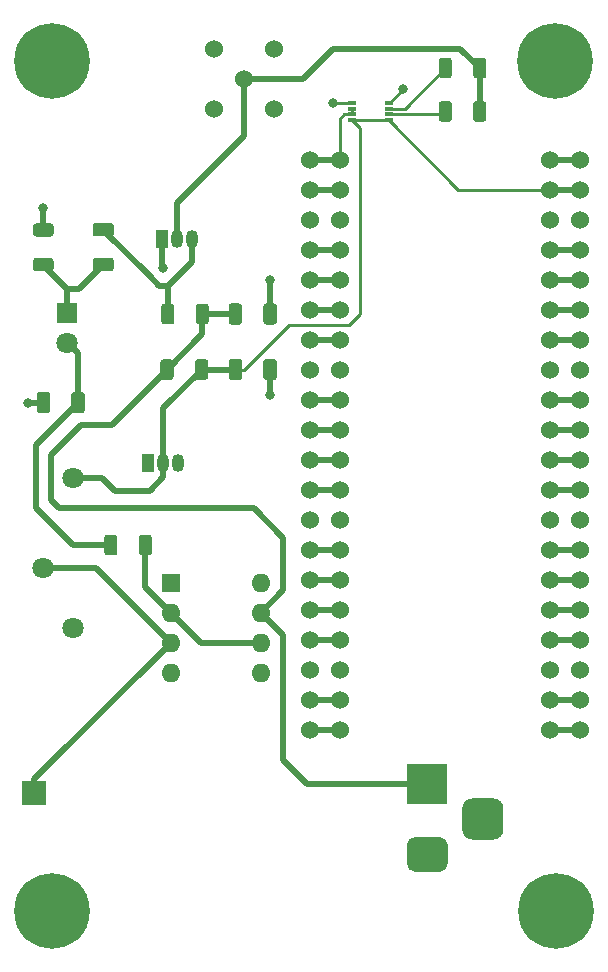
<source format=gbr>
%TF.GenerationSoftware,KiCad,Pcbnew,(5.1.10)-1*%
%TF.CreationDate,2021-08-06T14:13:42-04:00*%
%TF.ProjectId,LED_Pulser,4c45445f-5075-46c7-9365-722e6b696361,rev?*%
%TF.SameCoordinates,Original*%
%TF.FileFunction,Copper,L1,Top*%
%TF.FilePolarity,Positive*%
%FSLAX46Y46*%
G04 Gerber Fmt 4.6, Leading zero omitted, Abs format (unit mm)*
G04 Created by KiCad (PCBNEW (5.1.10)-1) date 2021-08-06 14:13:42*
%MOMM*%
%LPD*%
G01*
G04 APERTURE LIST*
%TA.AperFunction,ComponentPad*%
%ADD10C,1.800000*%
%TD*%
%TA.AperFunction,ComponentPad*%
%ADD11C,6.400000*%
%TD*%
%TA.AperFunction,ComponentPad*%
%ADD12R,3.500000X3.500000*%
%TD*%
%TA.AperFunction,ComponentPad*%
%ADD13O,1.050000X1.500000*%
%TD*%
%TA.AperFunction,ComponentPad*%
%ADD14R,1.050000X1.500000*%
%TD*%
%TA.AperFunction,ComponentPad*%
%ADD15C,1.524000*%
%TD*%
%TA.AperFunction,SMDPad,CuDef*%
%ADD16R,0.800000X0.300000*%
%TD*%
%TA.AperFunction,ComponentPad*%
%ADD17O,1.600000X1.600000*%
%TD*%
%TA.AperFunction,ComponentPad*%
%ADD18R,1.600000X1.600000*%
%TD*%
%TA.AperFunction,SMDPad,CuDef*%
%ADD19R,2.000000X2.000000*%
%TD*%
%TA.AperFunction,ComponentPad*%
%ADD20R,1.800000X1.800000*%
%TD*%
%TA.AperFunction,ViaPad*%
%ADD21C,0.800000*%
%TD*%
%TA.AperFunction,Conductor*%
%ADD22C,0.500000*%
%TD*%
%TA.AperFunction,Conductor*%
%ADD23C,0.250000*%
%TD*%
G04 APERTURE END LIST*
D10*
%TO.P,RV1,3*%
%TO.N,GND*%
X165100000Y-137668000D03*
%TO.P,RV1,2*%
%TO.N,Net-(RV1-Pad2)*%
X162560000Y-132588000D03*
%TO.P,RV1,1*%
%TO.N,/VCC*%
X165100000Y-124968000D03*
%TD*%
%TO.P,C2,2*%
%TO.N,GND*%
%TA.AperFunction,SMDPad,CuDef*%
G36*
G01*
X181191000Y-111775001D02*
X181191000Y-110474999D01*
G75*
G02*
X181440999Y-110225000I249999J0D01*
G01*
X182091001Y-110225000D01*
G75*
G02*
X182341000Y-110474999I0J-249999D01*
G01*
X182341000Y-111775001D01*
G75*
G02*
X182091001Y-112025000I-249999J0D01*
G01*
X181440999Y-112025000D01*
G75*
G02*
X181191000Y-111775001I0J249999D01*
G01*
G37*
%TD.AperFunction*%
%TO.P,C2,1*%
%TO.N,+15V*%
%TA.AperFunction,SMDPad,CuDef*%
G36*
G01*
X178241000Y-111775001D02*
X178241000Y-110474999D01*
G75*
G02*
X178490999Y-110225000I249999J0D01*
G01*
X179141001Y-110225000D01*
G75*
G02*
X179391000Y-110474999I0J-249999D01*
G01*
X179391000Y-111775001D01*
G75*
G02*
X179141001Y-112025000I-249999J0D01*
G01*
X178490999Y-112025000D01*
G75*
G02*
X178241000Y-111775001I0J249999D01*
G01*
G37*
%TD.AperFunction*%
%TD*%
D11*
%TO.P,H4,1*%
%TO.N,GND*%
X163322000Y-161671000D03*
%TD*%
%TO.P,H3,1*%
%TO.N,GND*%
X205994000Y-161671000D03*
%TD*%
%TO.P,H2,1*%
%TO.N,GND*%
X205867000Y-89662000D03*
%TD*%
%TO.P,H1,1*%
%TO.N,GND*%
X163322000Y-89662000D03*
%TD*%
D12*
%TO.P,J42,1*%
%TO.N,+15V*%
X195072000Y-150876000D03*
%TO.P,J42,2*%
%TO.N,GND*%
%TA.AperFunction,ComponentPad*%
G36*
G01*
X196072000Y-158376000D02*
X194072000Y-158376000D01*
G75*
G02*
X193322000Y-157626000I0J750000D01*
G01*
X193322000Y-156126000D01*
G75*
G02*
X194072000Y-155376000I750000J0D01*
G01*
X196072000Y-155376000D01*
G75*
G02*
X196822000Y-156126000I0J-750000D01*
G01*
X196822000Y-157626000D01*
G75*
G02*
X196072000Y-158376000I-750000J0D01*
G01*
G37*
%TD.AperFunction*%
%TO.P,J42,3*%
%TO.N,N/C*%
%TA.AperFunction,ComponentPad*%
G36*
G01*
X200647000Y-155626000D02*
X198897000Y-155626000D01*
G75*
G02*
X198022000Y-154751000I0J875000D01*
G01*
X198022000Y-153001000D01*
G75*
G02*
X198897000Y-152126000I875000J0D01*
G01*
X200647000Y-152126000D01*
G75*
G02*
X201522000Y-153001000I0J-875000D01*
G01*
X201522000Y-154751000D01*
G75*
G02*
X200647000Y-155626000I-875000J0D01*
G01*
G37*
%TD.AperFunction*%
%TD*%
D13*
%TO.P,U1,2*%
%TO.N,/VCC*%
X172720000Y-123698000D03*
%TO.P,U1,3*%
%TO.N,GND*%
X173990000Y-123698000D03*
D14*
%TO.P,U1,1*%
%TO.N,N/C*%
X171450000Y-123698000D03*
%TD*%
D15*
%TO.P,J41,1*%
%TO.N,GND*%
X185166000Y-128524000D03*
%TD*%
%TO.P,J40,1*%
%TO.N,GND*%
X208026000Y-115824000D03*
%TD*%
%TO.P,J39,1*%
%TO.N,GND*%
X185166000Y-141224000D03*
%TD*%
%TO.P,J38,1*%
%TO.N,GND*%
X208026000Y-141224000D03*
%TD*%
%TO.P,J37,1*%
%TO.N,Net-(J37-Pad1)*%
X208026000Y-136144000D03*
%TD*%
%TO.P,J36,1*%
%TO.N,Net-(J36-Pad1)*%
X208026000Y-131064000D03*
%TD*%
%TO.P,J35,1*%
%TO.N,Net-(J35-Pad1)*%
X208026000Y-125984000D03*
%TD*%
%TO.P,J34,1*%
%TO.N,Net-(J34-Pad1)*%
X208026000Y-120904000D03*
%TD*%
%TO.P,J33,1*%
%TO.N,Net-(J33-Pad1)*%
X208026000Y-110744000D03*
%TD*%
%TO.P,J32,1*%
%TO.N,Net-(J32-Pad1)*%
X208026000Y-105664000D03*
%TD*%
%TO.P,J31,1*%
%TO.N,/VCC*%
X208026000Y-100584000D03*
%TD*%
%TO.P,J30,1*%
%TO.N,Net-(J30-Pad1)*%
X208026000Y-143764000D03*
%TD*%
%TO.P,J29,1*%
%TO.N,Net-(J29-Pad1)*%
X208026000Y-138684000D03*
%TD*%
%TO.P,J28,1*%
%TO.N,Net-(J28-Pad1)*%
X208026000Y-133604000D03*
%TD*%
%TO.P,J27,1*%
%TO.N,Net-(J27-Pad1)*%
X208026000Y-123444000D03*
%TD*%
%TO.P,J26,1*%
%TO.N,Net-(J26-Pad1)*%
X208026000Y-118364000D03*
%TD*%
%TO.P,J25,1*%
%TO.N,Net-(J25-Pad1)*%
X208026000Y-113284000D03*
%TD*%
%TO.P,J24,1*%
%TO.N,Net-(J24-Pad1)*%
X208026000Y-108204000D03*
%TD*%
%TO.P,J23,1*%
%TO.N,Net-(J23-Pad1)*%
X208026000Y-98044000D03*
%TD*%
%TO.P,J22,1*%
%TO.N,Net-(J22-Pad1)*%
X208026000Y-146304000D03*
%TD*%
%TO.P,J21,1*%
%TO.N,Net-(J21-Pad1)*%
X185166000Y-98044000D03*
%TD*%
%TO.P,J20,1*%
%TO.N,Net-(J20-Pad1)*%
X185166000Y-146304000D03*
%TD*%
%TO.P,J19,1*%
%TO.N,Net-(J19-Pad1)*%
X185166000Y-136144000D03*
%TD*%
%TO.P,J18,1*%
%TO.N,Net-(J18-Pad1)*%
X185166000Y-131064000D03*
%TD*%
%TO.P,J17,1*%
%TO.N,Net-(J17-Pad1)*%
X185166000Y-125984000D03*
%TD*%
%TO.P,J16,1*%
%TO.N,Net-(J16-Pad1)*%
X185166000Y-120904000D03*
%TD*%
%TO.P,J15,1*%
%TO.N,Net-(J15-Pad1)*%
X185166000Y-110744000D03*
%TD*%
%TO.P,J14,1*%
%TO.N,Net-(J14-Pad1)*%
X185166000Y-105664000D03*
%TD*%
%TO.P,J13,1*%
%TO.N,Net-(J13-Pad1)*%
X185166000Y-143764000D03*
%TD*%
%TO.P,J12,1*%
%TO.N,Net-(J12-Pad1)*%
X185166000Y-138684000D03*
%TD*%
%TO.P,J11,1*%
%TO.N,Net-(J11-Pad1)*%
X185166000Y-133604000D03*
%TD*%
%TO.P,J10,1*%
%TO.N,Net-(J10-Pad1)*%
X185166000Y-123444000D03*
%TD*%
%TO.P,J9,1*%
%TO.N,Net-(J9-Pad1)*%
X185166000Y-118364000D03*
%TD*%
%TO.P,J8,1*%
%TO.N,Net-(J8-Pad1)*%
X185166000Y-113284000D03*
%TD*%
%TO.P,J7,1*%
%TO.N,Net-(J7-Pad1)*%
X185166000Y-108204000D03*
%TD*%
%TO.P,J6,1*%
%TO.N,GND*%
X208026000Y-128524000D03*
%TD*%
%TO.P,J5,1*%
%TO.N,GND*%
X208026000Y-103124000D03*
%TD*%
%TO.P,J4,1*%
%TO.N,GND*%
X185166000Y-115824000D03*
%TD*%
%TO.P,J3,1*%
%TO.N,GND*%
X185166000Y-103124000D03*
%TD*%
%TO.P,J2,1*%
%TO.N,Net-(J2-Pad1)*%
X185166000Y-100584000D03*
%TD*%
%TO.P,U4,1*%
%TO.N,Net-(J21-Pad1)*%
X187706000Y-98044000D03*
%TO.P,U4,2*%
%TO.N,Net-(J2-Pad1)*%
X187706000Y-100584000D03*
%TO.P,U4,3*%
%TO.N,GND*%
X187706000Y-103124000D03*
%TO.P,U4,4*%
%TO.N,Net-(J14-Pad1)*%
X187706000Y-105664000D03*
%TO.P,U4,5*%
%TO.N,Net-(J7-Pad1)*%
X187706000Y-108204000D03*
%TO.P,U4,6*%
%TO.N,Net-(J15-Pad1)*%
X187706000Y-110744000D03*
%TO.P,U4,7*%
%TO.N,Net-(J8-Pad1)*%
X187706000Y-113284000D03*
%TO.P,U4,8*%
%TO.N,GND*%
X187706000Y-115824000D03*
%TO.P,U4,16*%
%TO.N,Net-(J19-Pad1)*%
X187706000Y-136144000D03*
%TO.P,U4,15*%
%TO.N,Net-(J11-Pad1)*%
X187706000Y-133604000D03*
%TO.P,U4,10*%
%TO.N,Net-(J16-Pad1)*%
X187706000Y-120904000D03*
%TO.P,U4,9*%
%TO.N,Net-(J9-Pad1)*%
X187706000Y-118364000D03*
%TO.P,U4,12*%
%TO.N,Net-(J17-Pad1)*%
X187706000Y-125984000D03*
%TO.P,U4,13*%
%TO.N,GND*%
X187706000Y-128524000D03*
%TO.P,U4,11*%
%TO.N,Net-(J10-Pad1)*%
X187706000Y-123444000D03*
%TO.P,U4,14*%
%TO.N,Net-(J18-Pad1)*%
X187706000Y-131064000D03*
%TO.P,U4,20*%
%TO.N,Net-(J20-Pad1)*%
X187706000Y-146304000D03*
%TO.P,U4,18*%
%TO.N,GND*%
X187706000Y-141224000D03*
%TO.P,U4,19*%
%TO.N,Net-(J13-Pad1)*%
X187706000Y-143764000D03*
%TO.P,U4,17*%
%TO.N,Net-(J12-Pad1)*%
X187706000Y-138684000D03*
%TO.P,U4,40*%
%TO.N,Net-(J23-Pad1)*%
X205486000Y-98044000D03*
%TO.P,U4,28*%
%TO.N,GND*%
X205486000Y-128524000D03*
%TO.P,U4,29*%
%TO.N,Net-(J35-Pad1)*%
X205486000Y-125984000D03*
%TO.P,U4,25*%
%TO.N,Net-(J37-Pad1)*%
X205486000Y-136144000D03*
%TO.P,U4,39*%
%TO.N,/VCC*%
X205486000Y-100584000D03*
%TO.P,U4,26*%
%TO.N,Net-(J28-Pad1)*%
X205486000Y-133604000D03*
%TO.P,U4,21*%
%TO.N,Net-(J22-Pad1)*%
X205486000Y-146304000D03*
%TO.P,U4,33*%
%TO.N,GND*%
X205486000Y-115824000D03*
%TO.P,U4,23*%
X205486000Y-141224000D03*
%TO.P,U4,31*%
%TO.N,Net-(J34-Pad1)*%
X205486000Y-120904000D03*
%TO.P,U4,22*%
%TO.N,Net-(J30-Pad1)*%
X205486000Y-143764000D03*
%TO.P,U4,24*%
%TO.N,Net-(J29-Pad1)*%
X205486000Y-138684000D03*
%TO.P,U4,30*%
%TO.N,Net-(J27-Pad1)*%
X205486000Y-123444000D03*
%TO.P,U4,37*%
%TO.N,Net-(J32-Pad1)*%
X205486000Y-105664000D03*
%TO.P,U4,36*%
%TO.N,Net-(J24-Pad1)*%
X205486000Y-108204000D03*
%TO.P,U4,38*%
%TO.N,GND*%
X205486000Y-103124000D03*
%TO.P,U4,32*%
%TO.N,Net-(J26-Pad1)*%
X205486000Y-118364000D03*
%TO.P,U4,34*%
%TO.N,Net-(J25-Pad1)*%
X205486000Y-113284000D03*
%TO.P,U4,35*%
%TO.N,Net-(J33-Pad1)*%
X205486000Y-110744000D03*
%TO.P,U4,27*%
%TO.N,Net-(J36-Pad1)*%
X205486000Y-131064000D03*
%TD*%
%TO.P,J1,2*%
%TO.N,GND*%
X177038000Y-93726000D03*
X182118000Y-93726000D03*
X182118000Y-88646000D03*
X177038000Y-88646000D03*
%TO.P,J1,1*%
%TO.N,Net-(J1-Pad1)*%
X179578000Y-91186000D03*
%TD*%
D16*
%TO.P,U3,1*%
%TO.N,/VCC*%
X191796000Y-94730000D03*
%TO.P,U3,2*%
%TO.N,Net-(R7-Pad1)*%
X191796000Y-94230000D03*
%TO.P,U3,3*%
%TO.N,Net-(R8-Pad1)*%
X191796000Y-93730000D03*
%TO.P,U3,4*%
%TO.N,GND*%
X191796000Y-93230000D03*
%TO.P,U3,5*%
X188696000Y-93230000D03*
%TO.P,U3,6*%
%TO.N,Net-(J21-Pad1)*%
X188696000Y-93730000D03*
%TO.P,U3,7*%
X188696000Y-94230000D03*
%TO.P,U3,8*%
%TO.N,/VCC*%
X188696000Y-94730000D03*
%TD*%
D17*
%TO.P,U2,8*%
%TO.N,Net-(U2-Pad8)*%
X180975000Y-133858000D03*
%TO.P,U2,4*%
%TO.N,GND*%
X173355000Y-141478000D03*
%TO.P,U2,7*%
%TO.N,+15V*%
X180975000Y-136398000D03*
%TO.P,U2,3*%
%TO.N,Net-(RV1-Pad2)*%
X173355000Y-138938000D03*
%TO.P,U2,6*%
%TO.N,Net-(R4-Pad2)*%
X180975000Y-138938000D03*
%TO.P,U2,2*%
X173355000Y-136398000D03*
%TO.P,U2,5*%
%TO.N,Net-(U2-Pad5)*%
X180975000Y-141478000D03*
D18*
%TO.P,U2,1*%
%TO.N,Net-(U2-Pad1)*%
X173355000Y-133858000D03*
%TD*%
D19*
%TO.P,TP1,1*%
%TO.N,Net-(RV1-Pad2)*%
X161798000Y-151638000D03*
%TD*%
%TO.P,R8,2*%
%TO.N,Net-(J1-Pad1)*%
%TA.AperFunction,SMDPad,CuDef*%
G36*
G01*
X198958500Y-90922001D02*
X198958500Y-89671999D01*
G75*
G02*
X199208499Y-89422000I249999J0D01*
G01*
X199833501Y-89422000D01*
G75*
G02*
X200083500Y-89671999I0J-249999D01*
G01*
X200083500Y-90922001D01*
G75*
G02*
X199833501Y-91172000I-249999J0D01*
G01*
X199208499Y-91172000D01*
G75*
G02*
X198958500Y-90922001I0J249999D01*
G01*
G37*
%TD.AperFunction*%
%TO.P,R8,1*%
%TO.N,Net-(R8-Pad1)*%
%TA.AperFunction,SMDPad,CuDef*%
G36*
G01*
X196033500Y-90922001D02*
X196033500Y-89671999D01*
G75*
G02*
X196283499Y-89422000I249999J0D01*
G01*
X196908501Y-89422000D01*
G75*
G02*
X197158500Y-89671999I0J-249999D01*
G01*
X197158500Y-90922001D01*
G75*
G02*
X196908501Y-91172000I-249999J0D01*
G01*
X196283499Y-91172000D01*
G75*
G02*
X196033500Y-90922001I0J249999D01*
G01*
G37*
%TD.AperFunction*%
%TD*%
%TO.P,R7,2*%
%TO.N,Net-(J1-Pad1)*%
%TA.AperFunction,SMDPad,CuDef*%
G36*
G01*
X198958500Y-94605001D02*
X198958500Y-93354999D01*
G75*
G02*
X199208499Y-93105000I249999J0D01*
G01*
X199833501Y-93105000D01*
G75*
G02*
X200083500Y-93354999I0J-249999D01*
G01*
X200083500Y-94605001D01*
G75*
G02*
X199833501Y-94855000I-249999J0D01*
G01*
X199208499Y-94855000D01*
G75*
G02*
X198958500Y-94605001I0J249999D01*
G01*
G37*
%TD.AperFunction*%
%TO.P,R7,1*%
%TO.N,Net-(R7-Pad1)*%
%TA.AperFunction,SMDPad,CuDef*%
G36*
G01*
X196033500Y-94605001D02*
X196033500Y-93354999D01*
G75*
G02*
X196283499Y-93105000I249999J0D01*
G01*
X196908501Y-93105000D01*
G75*
G02*
X197158500Y-93354999I0J-249999D01*
G01*
X197158500Y-94605001D01*
G75*
G02*
X196908501Y-94855000I-249999J0D01*
G01*
X196283499Y-94855000D01*
G75*
G02*
X196033500Y-94605001I0J249999D01*
G01*
G37*
%TD.AperFunction*%
%TD*%
%TO.P,R6,2*%
%TO.N,Net-(C4-Pad1)*%
%TA.AperFunction,SMDPad,CuDef*%
G36*
G01*
X173659500Y-110499999D02*
X173659500Y-111750001D01*
G75*
G02*
X173409501Y-112000000I-249999J0D01*
G01*
X172784499Y-112000000D01*
G75*
G02*
X172534500Y-111750001I0J249999D01*
G01*
X172534500Y-110499999D01*
G75*
G02*
X172784499Y-110250000I249999J0D01*
G01*
X173409501Y-110250000D01*
G75*
G02*
X173659500Y-110499999I0J-249999D01*
G01*
G37*
%TD.AperFunction*%
%TO.P,R6,1*%
%TO.N,+15V*%
%TA.AperFunction,SMDPad,CuDef*%
G36*
G01*
X176584500Y-110499999D02*
X176584500Y-111750001D01*
G75*
G02*
X176334501Y-112000000I-249999J0D01*
G01*
X175709499Y-112000000D01*
G75*
G02*
X175459500Y-111750001I0J249999D01*
G01*
X175459500Y-110499999D01*
G75*
G02*
X175709499Y-110250000I249999J0D01*
G01*
X176334501Y-110250000D01*
G75*
G02*
X176584500Y-110499999I0J-249999D01*
G01*
G37*
%TD.AperFunction*%
%TD*%
%TO.P,R5,2*%
%TO.N,GND*%
%TA.AperFunction,SMDPad,CuDef*%
G36*
G01*
X163185001Y-104571500D02*
X161934999Y-104571500D01*
G75*
G02*
X161685000Y-104321501I0J249999D01*
G01*
X161685000Y-103696499D01*
G75*
G02*
X161934999Y-103446500I249999J0D01*
G01*
X163185001Y-103446500D01*
G75*
G02*
X163435000Y-103696499I0J-249999D01*
G01*
X163435000Y-104321501D01*
G75*
G02*
X163185001Y-104571500I-249999J0D01*
G01*
G37*
%TD.AperFunction*%
%TO.P,R5,1*%
%TO.N,Net-(C4-Pad2)*%
%TA.AperFunction,SMDPad,CuDef*%
G36*
G01*
X163185001Y-107496500D02*
X161934999Y-107496500D01*
G75*
G02*
X161685000Y-107246501I0J249999D01*
G01*
X161685000Y-106621499D01*
G75*
G02*
X161934999Y-106371500I249999J0D01*
G01*
X163185001Y-106371500D01*
G75*
G02*
X163435000Y-106621499I0J-249999D01*
G01*
X163435000Y-107246501D01*
G75*
G02*
X163185001Y-107496500I-249999J0D01*
G01*
G37*
%TD.AperFunction*%
%TD*%
%TO.P,R4,2*%
%TO.N,Net-(R4-Pad2)*%
%TA.AperFunction,SMDPad,CuDef*%
G36*
G01*
X170637500Y-131308001D02*
X170637500Y-130057999D01*
G75*
G02*
X170887499Y-129808000I249999J0D01*
G01*
X171512501Y-129808000D01*
G75*
G02*
X171762500Y-130057999I0J-249999D01*
G01*
X171762500Y-131308001D01*
G75*
G02*
X171512501Y-131558000I-249999J0D01*
G01*
X170887499Y-131558000D01*
G75*
G02*
X170637500Y-131308001I0J249999D01*
G01*
G37*
%TD.AperFunction*%
%TO.P,R4,1*%
%TO.N,Net-(C3-Pad1)*%
%TA.AperFunction,SMDPad,CuDef*%
G36*
G01*
X167712500Y-131308001D02*
X167712500Y-130057999D01*
G75*
G02*
X167962499Y-129808000I249999J0D01*
G01*
X168587501Y-129808000D01*
G75*
G02*
X168837500Y-130057999I0J-249999D01*
G01*
X168837500Y-131308001D01*
G75*
G02*
X168587501Y-131558000I-249999J0D01*
G01*
X167962499Y-131558000D01*
G75*
G02*
X167712500Y-131308001I0J249999D01*
G01*
G37*
%TD.AperFunction*%
%TD*%
%TO.P,R3,2*%
%TO.N,/VCC*%
%TA.AperFunction,SMDPad,CuDef*%
G36*
G01*
X175398000Y-116449001D02*
X175398000Y-115198999D01*
G75*
G02*
X175647999Y-114949000I249999J0D01*
G01*
X176273001Y-114949000D01*
G75*
G02*
X176523000Y-115198999I0J-249999D01*
G01*
X176523000Y-116449001D01*
G75*
G02*
X176273001Y-116699000I-249999J0D01*
G01*
X175647999Y-116699000D01*
G75*
G02*
X175398000Y-116449001I0J249999D01*
G01*
G37*
%TD.AperFunction*%
%TO.P,R3,1*%
%TO.N,+15V*%
%TA.AperFunction,SMDPad,CuDef*%
G36*
G01*
X172473000Y-116449001D02*
X172473000Y-115198999D01*
G75*
G02*
X172722999Y-114949000I249999J0D01*
G01*
X173348001Y-114949000D01*
G75*
G02*
X173598000Y-115198999I0J-249999D01*
G01*
X173598000Y-116449001D01*
G75*
G02*
X173348001Y-116699000I-249999J0D01*
G01*
X172722999Y-116699000D01*
G75*
G02*
X172473000Y-116449001I0J249999D01*
G01*
G37*
%TD.AperFunction*%
%TD*%
D14*
%TO.P,Q1,1*%
%TO.N,GND*%
X172593000Y-104775000D03*
D13*
%TO.P,Q1,3*%
%TO.N,Net-(C4-Pad1)*%
X175133000Y-104775000D03*
%TO.P,Q1,2*%
%TO.N,Net-(J1-Pad1)*%
X173863000Y-104775000D03*
%TD*%
D20*
%TO.P,D1,1*%
%TO.N,Net-(C4-Pad2)*%
X164592000Y-110998000D03*
D10*
%TO.P,D1,2*%
%TO.N,Net-(C3-Pad1)*%
X164592000Y-113538000D03*
%TD*%
%TO.P,C4,2*%
%TO.N,Net-(C4-Pad2)*%
%TA.AperFunction,SMDPad,CuDef*%
G36*
G01*
X166989999Y-106359000D02*
X168290001Y-106359000D01*
G75*
G02*
X168540000Y-106608999I0J-249999D01*
G01*
X168540000Y-107259001D01*
G75*
G02*
X168290001Y-107509000I-249999J0D01*
G01*
X166989999Y-107509000D01*
G75*
G02*
X166740000Y-107259001I0J249999D01*
G01*
X166740000Y-106608999D01*
G75*
G02*
X166989999Y-106359000I249999J0D01*
G01*
G37*
%TD.AperFunction*%
%TO.P,C4,1*%
%TO.N,Net-(C4-Pad1)*%
%TA.AperFunction,SMDPad,CuDef*%
G36*
G01*
X166989999Y-103409000D02*
X168290001Y-103409000D01*
G75*
G02*
X168540000Y-103658999I0J-249999D01*
G01*
X168540000Y-104309001D01*
G75*
G02*
X168290001Y-104559000I-249999J0D01*
G01*
X166989999Y-104559000D01*
G75*
G02*
X166740000Y-104309001I0J249999D01*
G01*
X166740000Y-103658999D01*
G75*
G02*
X166989999Y-103409000I249999J0D01*
G01*
G37*
%TD.AperFunction*%
%TD*%
%TO.P,C3,2*%
%TO.N,GND*%
%TA.AperFunction,SMDPad,CuDef*%
G36*
G01*
X163135000Y-117967999D02*
X163135000Y-119268001D01*
G75*
G02*
X162885001Y-119518000I-249999J0D01*
G01*
X162234999Y-119518000D01*
G75*
G02*
X161985000Y-119268001I0J249999D01*
G01*
X161985000Y-117967999D01*
G75*
G02*
X162234999Y-117718000I249999J0D01*
G01*
X162885001Y-117718000D01*
G75*
G02*
X163135000Y-117967999I0J-249999D01*
G01*
G37*
%TD.AperFunction*%
%TO.P,C3,1*%
%TO.N,Net-(C3-Pad1)*%
%TA.AperFunction,SMDPad,CuDef*%
G36*
G01*
X166085000Y-117967999D02*
X166085000Y-119268001D01*
G75*
G02*
X165835001Y-119518000I-249999J0D01*
G01*
X165184999Y-119518000D01*
G75*
G02*
X164935000Y-119268001I0J249999D01*
G01*
X164935000Y-117967999D01*
G75*
G02*
X165184999Y-117718000I249999J0D01*
G01*
X165835001Y-117718000D01*
G75*
G02*
X166085000Y-117967999I0J-249999D01*
G01*
G37*
%TD.AperFunction*%
%TD*%
%TO.P,C1,2*%
%TO.N,GND*%
%TA.AperFunction,SMDPad,CuDef*%
G36*
G01*
X181191000Y-116474001D02*
X181191000Y-115173999D01*
G75*
G02*
X181440999Y-114924000I249999J0D01*
G01*
X182091001Y-114924000D01*
G75*
G02*
X182341000Y-115173999I0J-249999D01*
G01*
X182341000Y-116474001D01*
G75*
G02*
X182091001Y-116724000I-249999J0D01*
G01*
X181440999Y-116724000D01*
G75*
G02*
X181191000Y-116474001I0J249999D01*
G01*
G37*
%TD.AperFunction*%
%TO.P,C1,1*%
%TO.N,/VCC*%
%TA.AperFunction,SMDPad,CuDef*%
G36*
G01*
X178241000Y-116474001D02*
X178241000Y-115173999D01*
G75*
G02*
X178490999Y-114924000I249999J0D01*
G01*
X179141001Y-114924000D01*
G75*
G02*
X179391000Y-115173999I0J-249999D01*
G01*
X179391000Y-116474001D01*
G75*
G02*
X179141001Y-116724000I-249999J0D01*
G01*
X178490999Y-116724000D01*
G75*
G02*
X178241000Y-116474001I0J249999D01*
G01*
G37*
%TD.AperFunction*%
%TD*%
D21*
%TO.N,GND*%
X162560000Y-102108000D03*
X172720000Y-107188000D03*
X193040000Y-92075000D03*
X161290000Y-118618000D03*
X187071000Y-93218000D03*
X181737000Y-108204000D03*
X181737000Y-117983000D03*
%TD*%
D22*
%TO.N,GND*%
X162560000Y-104009000D02*
X162560000Y-102108000D01*
D23*
X172593000Y-107061000D02*
X172720000Y-107188000D01*
D22*
X172593000Y-104775000D02*
X172593000Y-107061000D01*
D23*
X191796000Y-93230000D02*
X191885000Y-93230000D01*
X191885000Y-93230000D02*
X193040000Y-92075000D01*
D22*
X162560000Y-118618000D02*
X161290000Y-118618000D01*
D23*
X187083000Y-93230000D02*
X187071000Y-93218000D01*
X188696000Y-93230000D02*
X187083000Y-93230000D01*
D22*
X181766000Y-108233000D02*
X181737000Y-108204000D01*
X181766000Y-111125000D02*
X181766000Y-108233000D01*
X181766000Y-117954000D02*
X181737000Y-117983000D01*
X181766000Y-115824000D02*
X181766000Y-117954000D01*
%TO.N,/VCC*%
X172720000Y-119064500D02*
X175960500Y-115824000D01*
X172720000Y-123698000D02*
X172720000Y-119064500D01*
X175960500Y-115824000D02*
X178816000Y-115824000D01*
%TO.N,+15V*%
X176022000Y-112837500D02*
X173035500Y-115824000D01*
X176022000Y-111125000D02*
X176022000Y-112837500D01*
X163899990Y-127577990D02*
X180409990Y-127577990D01*
X165735000Y-120523000D02*
X163195000Y-123063000D01*
X163195000Y-123063000D02*
X163195000Y-126873000D01*
X163195000Y-126873000D02*
X163899990Y-127577990D01*
X180409990Y-127577990D02*
X182880000Y-130048000D01*
X168336500Y-120523000D02*
X165735000Y-120523000D01*
X173035500Y-115824000D02*
X168336500Y-120523000D01*
D23*
X181610000Y-136398000D02*
X180975000Y-136398000D01*
D22*
X182880000Y-134493000D02*
X180975000Y-136398000D01*
X182880000Y-130302000D02*
X182880000Y-134493000D01*
X182880000Y-130048000D02*
X182880000Y-130302000D01*
X178816000Y-111125000D02*
X176022000Y-111125000D01*
X184912000Y-150876000D02*
X195072000Y-150876000D01*
X182880000Y-148844000D02*
X184912000Y-150876000D01*
X182880000Y-138303000D02*
X182880000Y-148844000D01*
X180975000Y-136398000D02*
X182880000Y-138303000D01*
%TO.N,Net-(C3-Pad1)*%
X165510000Y-118618000D02*
X165510000Y-114456000D01*
X165510000Y-114456000D02*
X164592000Y-113538000D01*
X161925000Y-127508000D02*
X161925000Y-122203000D01*
X161925000Y-122203000D02*
X165510000Y-118618000D01*
X165100000Y-130683000D02*
X161925000Y-127508000D01*
X168275000Y-130683000D02*
X165100000Y-130683000D01*
%TO.N,Net-(C4-Pad2)*%
X164592000Y-108966000D02*
X165608000Y-108966000D01*
X164592000Y-110998000D02*
X164592000Y-108966000D01*
X164592000Y-108966000D02*
X162560000Y-106934000D01*
X165608000Y-108966000D02*
X167640000Y-106934000D01*
%TO.N,Net-(C4-Pad1)*%
X175133000Y-105848002D02*
X175133000Y-104775000D01*
X167640000Y-103984000D02*
X171569001Y-107913001D01*
D23*
X173068001Y-111096001D02*
X173097000Y-111125000D01*
D22*
X175133000Y-105848002D02*
X175133000Y-106680000D01*
X173097000Y-108716000D02*
X173097000Y-111125000D01*
X175133000Y-106680000D02*
X173097000Y-108716000D01*
X172372000Y-108716000D02*
X171569001Y-107913001D01*
X173097000Y-108716000D02*
X172372000Y-108716000D01*
%TO.N,Net-(J1-Pad1)*%
X173863000Y-104775000D02*
X173863000Y-101727000D01*
X179578000Y-96012000D02*
X179578000Y-91186000D01*
X173863000Y-101727000D02*
X179578000Y-96012000D01*
X199521000Y-93980000D02*
X199521000Y-90297000D01*
X199521000Y-90297000D02*
X197870000Y-88646000D01*
X197870000Y-88646000D02*
X187071000Y-88646000D01*
X184531000Y-91186000D02*
X179578000Y-91186000D01*
X187071000Y-88646000D02*
X184531000Y-91186000D01*
%TO.N,/VCC*%
X205486000Y-100584000D02*
X208026000Y-100584000D01*
D23*
X190615000Y-94730000D02*
X188696000Y-94730000D01*
X191796000Y-94730000D02*
X190615000Y-94730000D01*
X197650000Y-100584000D02*
X205486000Y-100584000D01*
X191796000Y-94730000D02*
X197650000Y-100584000D01*
X188696000Y-94730000D02*
X189357000Y-95391000D01*
X189357000Y-95391000D02*
X189357000Y-111125000D01*
X189357000Y-111125000D02*
X188468000Y-112014000D01*
X188468000Y-112014000D02*
X183388000Y-112014000D01*
X179578000Y-115824000D02*
X178816000Y-115824000D01*
X183388000Y-112014000D02*
X179578000Y-115824000D01*
D22*
X165100000Y-124968000D02*
X167513000Y-124968000D01*
X167513000Y-124968000D02*
X168656000Y-126111000D01*
X172720000Y-124948000D02*
X172720000Y-123698000D01*
X171557000Y-126111000D02*
X172720000Y-124948000D01*
X168656000Y-126111000D02*
X171557000Y-126111000D01*
%TO.N,Net-(R4-Pad2)*%
X175895000Y-138938000D02*
X173355000Y-136398000D01*
X180975000Y-138938000D02*
X175895000Y-138938000D01*
X173355000Y-136398000D02*
X171200000Y-134243000D01*
X171200000Y-134243000D02*
X171200000Y-130683000D01*
D23*
%TO.N,Net-(R7-Pad1)*%
X196346000Y-94230000D02*
X196596000Y-93980000D01*
X191796000Y-94230000D02*
X196346000Y-94230000D01*
%TO.N,Net-(R8-Pad1)*%
X193163000Y-93730000D02*
X196596000Y-90297000D01*
X191796000Y-93730000D02*
X193163000Y-93730000D01*
D22*
%TO.N,Net-(RV1-Pad2)*%
X167005000Y-132588000D02*
X173355000Y-138938000D01*
X162560000Y-132588000D02*
X167005000Y-132588000D01*
X161798000Y-150495000D02*
X161798000Y-151638000D01*
X173355000Y-138938000D02*
X161798000Y-150495000D01*
%TO.N,Net-(J2-Pad1)*%
X187706000Y-100584000D02*
X185166000Y-100584000D01*
%TO.N,Net-(J7-Pad1)*%
X185166000Y-108204000D02*
X187706000Y-108204000D01*
%TO.N,Net-(J8-Pad1)*%
X187706000Y-113284000D02*
X185166000Y-113284000D01*
%TO.N,Net-(J9-Pad1)*%
X185166000Y-118364000D02*
X187706000Y-118364000D01*
%TO.N,Net-(J10-Pad1)*%
X185166000Y-123444000D02*
X187706000Y-123444000D01*
%TO.N,Net-(J11-Pad1)*%
X185166000Y-133604000D02*
X187706000Y-133604000D01*
%TO.N,Net-(J12-Pad1)*%
X185166000Y-138684000D02*
X187706000Y-138684000D01*
%TO.N,Net-(J13-Pad1)*%
X185166000Y-143764000D02*
X187706000Y-143764000D01*
%TO.N,Net-(J14-Pad1)*%
X187706000Y-105664000D02*
X185166000Y-105664000D01*
%TO.N,Net-(J15-Pad1)*%
X185166000Y-110744000D02*
X187706000Y-110744000D01*
%TO.N,Net-(J16-Pad1)*%
X185166000Y-120904000D02*
X187706000Y-120904000D01*
%TO.N,Net-(J17-Pad1)*%
X185166000Y-125984000D02*
X187706000Y-125984000D01*
%TO.N,Net-(J18-Pad1)*%
X185166000Y-131064000D02*
X187706000Y-131064000D01*
%TO.N,Net-(J19-Pad1)*%
X185166000Y-136144000D02*
X187706000Y-136144000D01*
%TO.N,Net-(J20-Pad1)*%
X185166000Y-146304000D02*
X187706000Y-146304000D01*
%TO.N,Net-(J21-Pad1)*%
X187706000Y-98044000D02*
X185166000Y-98044000D01*
D23*
X188696000Y-93730000D02*
X188696000Y-94230000D01*
X184922999Y-97800999D02*
X185166000Y-98044000D01*
X187706000Y-94584998D02*
X187706000Y-98044000D01*
X188060998Y-94230000D02*
X187706000Y-94584998D01*
X188696000Y-94230000D02*
X188060998Y-94230000D01*
D22*
%TO.N,Net-(J22-Pad1)*%
X205486000Y-146304000D02*
X208026000Y-146304000D01*
%TO.N,Net-(J23-Pad1)*%
X205486000Y-98044000D02*
X208026000Y-98044000D01*
%TO.N,Net-(J24-Pad1)*%
X205486000Y-108204000D02*
X208026000Y-108204000D01*
%TO.N,Net-(J25-Pad1)*%
X205486000Y-113284000D02*
X208026000Y-113284000D01*
%TO.N,Net-(J26-Pad1)*%
X205486000Y-118364000D02*
X208026000Y-118364000D01*
%TO.N,Net-(J27-Pad1)*%
X205486000Y-123444000D02*
X208026000Y-123444000D01*
%TO.N,Net-(J28-Pad1)*%
X205486000Y-133604000D02*
X208026000Y-133604000D01*
%TO.N,Net-(J29-Pad1)*%
X205486000Y-138684000D02*
X208026000Y-138684000D01*
%TO.N,Net-(J30-Pad1)*%
X205486000Y-143764000D02*
X208026000Y-143764000D01*
%TO.N,Net-(J32-Pad1)*%
X205486000Y-105664000D02*
X208026000Y-105664000D01*
%TO.N,Net-(J33-Pad1)*%
X205486000Y-110744000D02*
X208026000Y-110744000D01*
%TO.N,Net-(J34-Pad1)*%
X205486000Y-120904000D02*
X208026000Y-120904000D01*
%TO.N,Net-(J35-Pad1)*%
X205486000Y-125984000D02*
X208026000Y-125984000D01*
%TO.N,Net-(J36-Pad1)*%
X205486000Y-131064000D02*
X208026000Y-131064000D01*
%TO.N,Net-(J37-Pad1)*%
X205486000Y-136144000D02*
X208026000Y-136144000D01*
%TD*%
M02*

</source>
